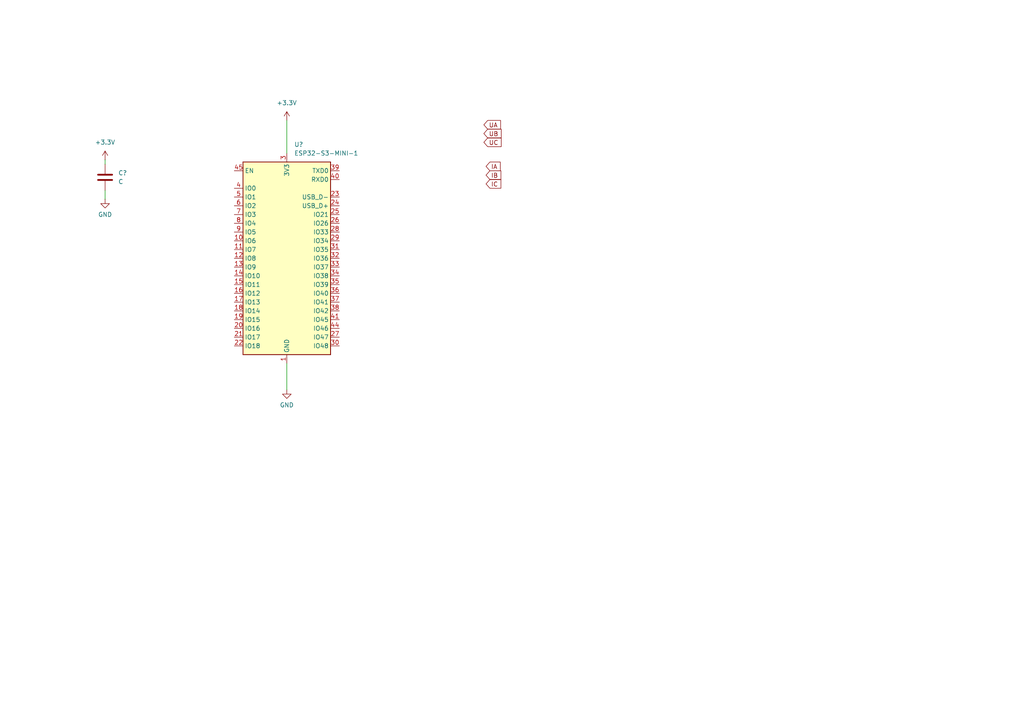
<source format=kicad_sch>
(kicad_sch (version 20250114) (generator "eeschema") (generator_version "9.0")
  (paper "A4")
  (lib_symbols
    (symbol "Device:C" (pin_numbers (hide yes)) (pin_names (offset 0.254))
      (property "Reference" "C" (at 0.635 2.54 0))
      (property "Value" "C" (at 0.635 -2.54 0))
      (symbol "C_0_1"
        (polyline (pts (xy -2.032 0.762) (xy 2.032 0.762)) (stroke (width 0.508)))
        (polyline (pts (xy -2.032 -0.762) (xy 2.032 -0.762)) (stroke (width 0.508)))
      )
      (symbol "C_1_1"
        (pin passive line (at 0 3.81 270) (length 2.794) (name "~") (number "1"))
        (pin passive line (at 0 -3.81 90) (length 2.794) (name "~") (number "2"))
      )
    )
    (symbol "RF_Module:ESP32-S3-MINI-1"
      (property "Reference" "U" (at -11.43 29.21 0))
      (property "Value" "ESP32-S3-MINI-1" (at 12.7 29.21 0))
      (symbol "ESP32-S3-MINI-1_0_1"
        (rectangle (start -12.7 27.94) (end 12.7 -27.94) (stroke (width 0.254)) (fill (type background)))
      )
      (symbol "ESP32-S3-MINI-1_1_1"
        (pin input line (at -15.24 25.4 0) (length 2.54) (name "EN") (number "45"))
        (pin bidirectional line (at -15.24 20.32 0) (length 2.54) (name "IO0") (number "4"))
        (pin bidirectional line (at -15.24 17.78 0) (length 2.54) (name "IO1") (number "5"))
        (pin bidirectional line (at -15.24 15.24 0) (length 2.54) (name "IO2") (number "6"))
        (pin bidirectional line (at -15.24 12.7 0) (length 2.54) (name "IO3") (number "7"))
        (pin bidirectional line (at -15.24 10.16 0) (length 2.54) (name "IO4") (number "8"))
        (pin bidirectional line (at -15.24 7.62 0) (length 2.54) (name "IO5") (number "9"))
        (pin bidirectional line (at -15.24 5.08 0) (length 2.54) (name "IO6") (number "10"))
        (pin bidirectional line (at -15.24 2.54 0) (length 2.54) (name "IO7") (number "11"))
        (pin bidirectional line (at -15.24 0 0) (length 2.54) (name "IO8") (number "12"))
        (pin bidirectional line (at -15.24 -2.54 0) (length 2.54) (name "IO9") (number "13"))
        (pin bidirectional line (at -15.24 -5.08 0) (length 2.54) (name "IO10") (number "14"))
        (pin bidirectional line (at -15.24 -7.62 0) (length 2.54) (name "IO11") (number "15"))
        (pin bidirectional line (at -15.24 -10.16 0) (length 2.54) (name "IO12") (number "16"))
        (pin bidirectional line (at -15.24 -12.7 0) (length 2.54) (name "IO13") (number "17"))
        (pin bidirectional line (at -15.24 -15.24 0) (length 2.54) (name "IO14") (number "18"))
        (pin bidirectional line (at -15.24 -17.78 0) (length 2.54) (name "IO15") (number "19"))
        (pin bidirectional line (at -15.24 -20.32 0) (length 2.54) (name "IO16") (number "20"))
        (pin bidirectional line (at -15.24 -22.86 0) (length 2.54) (name "IO17") (number "21"))
        (pin bidirectional line (at -15.24 -25.4 0) (length 2.54) (name "IO18") (number "22"))
        (pin power_in line (at 0 30.48 270) (length 2.54) (name "3V3") (number "3"))
        (pin power_in line (at 0 -30.48 90) (length 2.54) (name "GND") (number "1"))
        (pin passive line (at 0 -30.48 90) (length 2.54) (hide yes) (name "GND") (number "2"))
        (pin passive line (at 0 -30.48 90) (length 2.54) (hide yes) (name "GND") (number "42"))
        (pin passive line (at 0 -30.48 90) (length 2.54) (hide yes) (name "GND") (number "43"))
        (pin passive line (at 0 -30.48 90) (length 2.54) (hide yes) (name "GND") (number "46"))
        (pin passive line (at 0 -30.48 90) (length 2.54) (hide yes) (name "GND") (number "47"))
        (pin passive line (at 0 -30.48 90) (length 2.54) (hide yes) (name "GND") (number "48"))
        (pin passive line (at 0 -30.48 90) (length 2.54) (hide yes) (name "GND") (number "49"))
        (pin passive line (at 0 -30.48 90) (length 2.54) (hide yes) (name "GND") (number "50"))
        (pin passive line (at 0 -30.48 90) (length 2.54) (hide yes) (name "GND") (number "51"))
        (pin passive line (at 0 -30.48 90) (length 2.54) (hide yes) (name "GND") (number "52"))
        (pin passive line (at 0 -30.48 90) (length 2.54) (hide yes) (name "GND") (number "53"))
        (pin passive line (at 0 -30.48 90) (length 2.54) (hide yes) (name "GND") (number "54"))
        (pin passive line (at 0 -30.48 90) (length 2.54) (hide yes) (name "GND") (number "55"))
        (pin passive line (at 0 -30.48 90) (length 2.54) (hide yes) (name "GND") (number "56"))
        (pin passive line (at 0 -30.48 90) (length 2.54) (hide yes) (name "GND") (number "57"))
        (pin passive line (at 0 -30.48 90) (length 2.54) (hide yes) (name "GND") (number "58"))
        (pin passive line (at 0 -30.48 90) (length 2.54) (hide yes) (name "GND") (number "59"))
        (pin passive line (at 0 -30.48 90) (length 2.54) (hide yes) (name "GND") (number "60"))
        (pin passive line (at 0 -30.48 90) (length 2.54) (hide yes) (name "GND") (number "61"))
        (pin passive line (at 0 -30.48 90) (length 2.54) (hide yes) (name "GND") (number "62"))
        (pin passive line (at 0 -30.48 90) (length 2.54) (hide yes) (name "GND") (number "63"))
        (pin passive line (at 0 -30.48 90) (length 2.54) (hide yes) (name "GND") (number "64"))
        (pin passive line (at 0 -30.48 90) (length 2.54) (hide yes) (name "GND") (number "65"))
        (pin bidirectional line (at 15.24 25.4 180) (length 2.54) (name "TXD0") (number "39"))
        (pin bidirectional line (at 15.24 22.86 180) (length 2.54) (name "RXD0") (number "40"))
        (pin bidirectional line (at 15.24 17.78 180) (length 2.54) (name "USB_D-") (number "23"))
        (pin bidirectional line (at 15.24 15.24 180) (length 2.54) (name "USB_D+") (number "24"))
        (pin bidirectional line (at 15.24 12.7 180) (length 2.54) (name "IO21") (number "25"))
        (pin bidirectional line (at 15.24 10.16 180) (length 2.54) (name "IO26") (number "26"))
        (pin bidirectional line (at 15.24 7.62 180) (length 2.54) (name "IO33") (number "28"))
        (pin bidirectional line (at 15.24 5.08 180) (length 2.54) (name "IO34") (number "29"))
        (pin bidirectional line (at 15.24 2.54 180) (length 2.54) (name "IO35") (number "31"))
        (pin bidirectional line (at 15.24 0 180) (length 2.54) (name "IO36") (number "32"))
        (pin bidirectional line (at 15.24 -2.54 180) (length 2.54) (name "IO37") (number "33"))
        (pin bidirectional line (at 15.24 -5.08 180) (length 2.54) (name "IO38") (number "34"))
        (pin bidirectional line (at 15.24 -7.62 180) (length 2.54) (name "IO39") (number "35"))
        (pin bidirectional line (at 15.24 -10.16 180) (length 2.54) (name "IO40") (number "36"))
        (pin bidirectional line (at 15.24 -12.7 180) (length 2.54) (name "IO41") (number "37"))
        (pin bidirectional line (at 15.24 -15.24 180) (length 2.54) (name "IO42") (number "38"))
        (pin bidirectional line (at 15.24 -17.78 180) (length 2.54) (name "IO45") (number "41"))
        (pin bidirectional line (at 15.24 -20.32 180) (length 2.54) (name "IO46") (number "44"))
        (pin bidirectional line (at 15.24 -22.86 180) (length 2.54) (name "IO47") (number "27"))
        (pin bidirectional line (at 15.24 -25.4 180) (length 2.54) (name "IO48") (number "30"))
      )
    )
    (symbol "power:+3.3V" (power) (pin_numbers (hide yes)) (pin_names (offset 0) (hide yes))
      (property "Value" "+3.3V" (at 0 3.556 0))
      (symbol "+3.3V_0_1"
        (polyline (pts (xy -0.762 1.27) (xy 0 2.54)))
        (polyline (pts (xy 0 2.54) (xy 0.762 1.27)))
        (polyline (pts (xy 0 0) (xy 0 2.54)))
      )
      (symbol "+3.3V_1_1"
        (pin power_in line (at 0 0 90) (length 0) (name "~") (number "1"))
      )
    )
    (symbol "power:GND" (power) (pin_numbers (hide yes)) (pin_names (offset 0) (hide yes))
      (property "Value" "GND" (at 0 -3.81 0))
      (symbol "GND_0_1"
        (polyline (pts (xy 0 0) (xy 0 -1.27) (xy 1.27 -1.27) (xy 0 -2.54) (xy -1.27 -1.27) (xy 0 -1.27)))
      )
      (symbol "GND_1_1"
        (pin power_in line (at 0 0 270) (length 0) (name "~") (number "1"))
      )
    )
  )
  (wire (pts (xy 83.185 105.41) (xy 83.185 113.03)))
  (wire (pts (xy 83.185 34.925) (xy 83.185 44.45)))
  (wire (pts (xy 30.48 55.245) (xy 30.48 57.785)))
  (wire (pts (xy 30.48 46.355) (xy 30.48 47.625)))
  (global_label "UA" (shape input) (at 140.335 36.195 0) (property "Intersheetrefs" "${INTERSHEET_REFS}" (effects (hide yes))))
  (global_label "IC" (shape input) (at 140.97 53.34 0) (property "Intersheetrefs" "${INTERSHEET_REFS}" (effects (hide yes))))
  (global_label "IB" (shape input) (at 140.97 50.8 0) (property "Intersheetrefs" "${INTERSHEET_REFS}" (effects (hide yes))))
  (global_label "UB" (shape input) (at 140.335 38.735 0) (property "Intersheetrefs" "${INTERSHEET_REFS}" (effects (hide yes))))
  (global_label "UC" (shape input) (at 140.335 41.275 0) (property "Intersheetrefs" "${INTERSHEET_REFS}" (effects (hide yes))))
  (global_label "IA" (shape input) (at 140.97 48.26 0) (property "Intersheetrefs" "${INTERSHEET_REFS}" (effects (hide yes))))
  (symbol (lib_id "power:GND") (at 83.185 113.03 0) (unit 1)
    (property "Reference" "#PWR016" (effects (hide yes)))
    (property "Value" "GND" (at 83.185 117.475 0))
    (property "Description" "Power symbol creates a global label with name \"GND\" , ground" (effects (hide yes)))
  )
  (symbol (lib_id "power:GND") (at 30.48 57.785 0) (unit 1)
    (property "Reference" "#PWR018" (effects (hide yes)))
    (property "Value" "GND" (at 30.48 62.23 0))
    (property "Description" "Power symbol creates a global label with name \"GND\" , ground" (effects (hide yes)))
  )
  (symbol (lib_id "power:+3.3V") (at 83.185 34.925 0) (unit 1)
    (property "Reference" "#PWR015" (effects (hide yes)))
    (property "Value" "+3.3V" (at 83.185 29.845 0))
    (property "Description" "Power symbol creates a global label with name \"+3.3V\"" (effects (hide yes)))
  )
  (symbol (lib_id "power:+3.3V") (at 30.48 46.355 0) (unit 1)
    (property "Reference" "#PWR017" (effects (hide yes)))
    (property "Value" "+3.3V" (at 30.48 41.275 0))
    (property "Description" "Power symbol creates a global label with name \"+3.3V\"" (effects (hide yes)))
  )
  (symbol (lib_id "RF_Module:ESP32-S3-MINI-1") (at 83.185 74.93 0) (unit 1)
    (property "Reference" "U?" (at 85.3283 41.91 0) (effects (justify left)))
    (property "Value" "ESP32-S3-MINI-1" (at 85.3283 44.45 0) (effects (justify left)))
    (property "Footprint" "RF_Module:ESP32-S2-MINI-1" (effects (hide yes)))
    (property "Datasheet" "https://www.espressif.com/sites/default/files/documentation/esp32-s3-mini-1_mini-1u_datasheet_en.pdf" (effects (hide yes)))
    (property "Description" "RF Module, ESP32-S3 SoC, Wi-Fi 802.11b/g/n, Bluetooth, BLE, 32-bit, 3.3V, SMD, onboard antenna" (effects (hide yes)))
  )
  (symbol (lib_id "Device:C") (at 30.48 51.435 0) (unit 1)
    (property "Reference" "C?" (at 34.29 50.1649 0) (effects (justify left)))
    (property "Value" "C" (at 34.29 52.7049 0) (effects (justify left)))
    (property "Description" "Unpolarized capacitor" (effects (hide yes)))
  )
)
</source>
